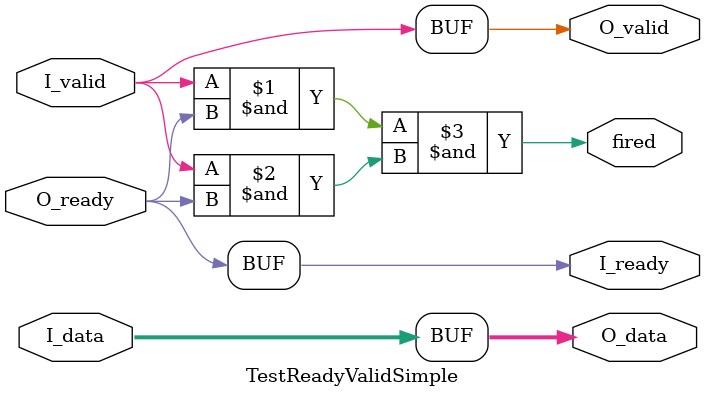
<source format=v>
module TestReadyValidSimple (
    input [4:0] I_data,
    output I_ready,
    input I_valid,
    output [4:0] O_data,
    input O_ready,
    output O_valid,
    output fired
);
assign I_ready = O_ready;
assign O_data = I_data;
assign O_valid = I_valid;
assign fired = (I_valid & O_ready) & (I_valid & O_ready);
endmodule


</source>
